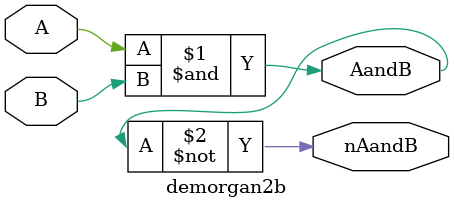
<source format=v>
module demorgan1a
(
  input  A,          // Single bit inputs
  input  B,
  output nA,         // Output intermediate complemented inputs
  output nB,
  output nAandnB     // Single bit output, (~A)*(~B)
);

  wire nA;
  wire nB;
  not Ainv(nA, A);    // Top inverter is named Ainv, takes signal A as input and produces signal nA
  not Binv(nB, B);
  and andgate(nAandnB, nA, nB);   // AND gate produces nAandnB from nA and nB

endmodule

module demorgan1b
(
  input A,
  input B,
  output AorB,
  output nAorB
);

  wire AorB;
  or ABor(AorB, A, B);
  not notgate(nAorB, AorB);

endmodule

module demorgan2a
(
  input A,
  input B,
  output nA,
  output nB,
  output nAornB
);

  wire nA;
  wire nB;
  not Ainv(nA, A);
  not Binv(nB, B);
  or orgate(nAornB, nA, nB);

endmodule

module demorgan2b
(
  input A,
  input B,
  output AandB,
  output nAandB
);

  wire AorB;
  and ABand(AandB, A, B);
  not notgate(nAandB, AandB);

endmodule


</source>
